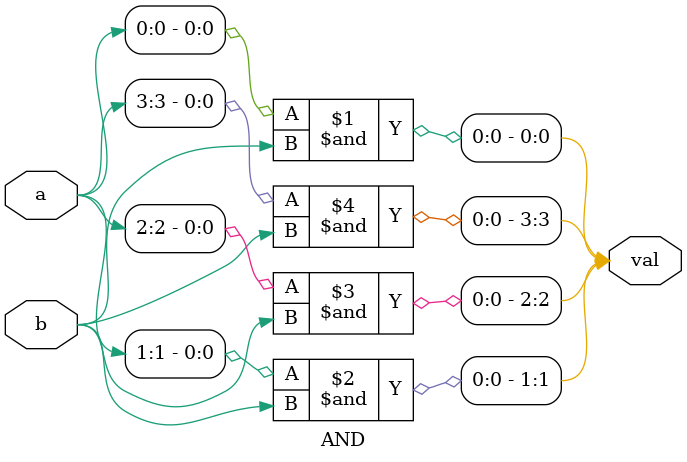
<source format=v>
`timescale 1ns / 1ps


module AND(input [3:0] a, input  b, output [3:0] val);

assign val[0] = a[0] & b;
assign val[1] = a[1] & b;
assign val[2] = a[2] & b;
assign val[3] = a[3] & b;

endmodule

</source>
